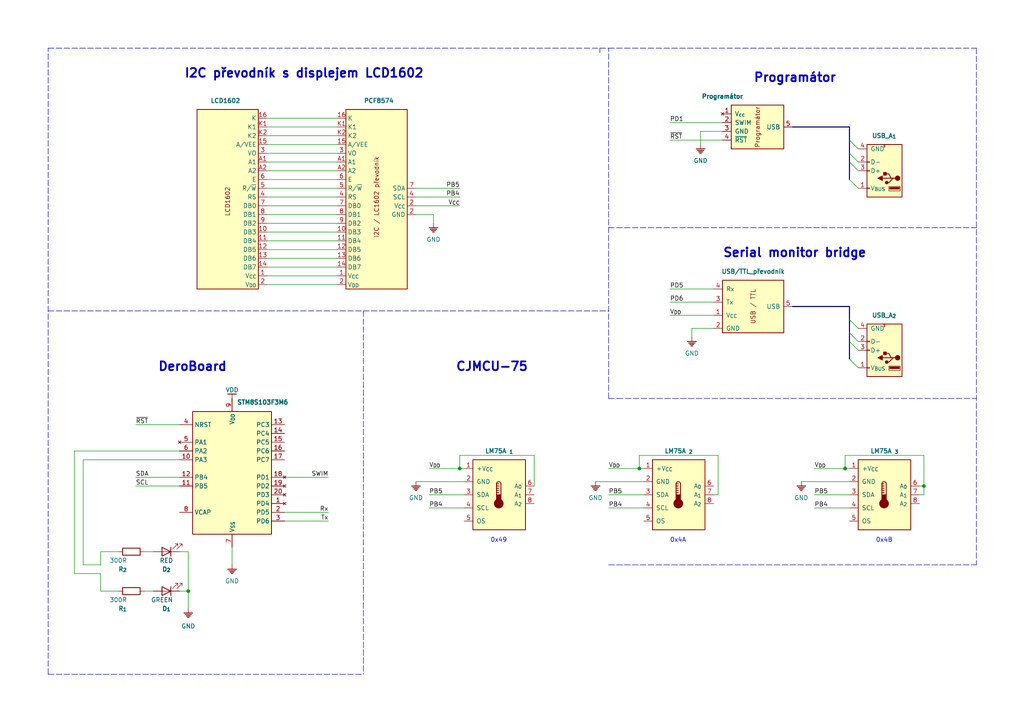
<source format=kicad_sch>
(kicad_sch (version 20211123) (generator eeschema)
  (paper "A4")
  (title_block (title "Měřící stanice") (date "24.01.2023") (rev "Petr Oblouk"))
  (lib_symbols
    (symbol "5-146258-6_1" (pin_names (offset 1.016))
      (property "Reference" "CN2" (at 1.27 1.27 0))
      (symbol "5-146258-6_1_0_0"
        (rectangle (start -5.08 17.78) (end 5.08 0) (stroke (width 0.254)) (fill (type background)))
        (text "CN2" (at 0 8.89 0) (effects (font (size 1.27 1.27))))
        (pin passive line (at -10.16 7.62 0) (length 5.08) (name "7") (number "GND"))
        (pin passive line (at 10.16 15.24 180) (length 5.08) (name "2") (number "PC1"))
        (pin passive line (at -10.16 12.7 0) (length 5.08) (name "3") (number "PC2"))
        (pin passive line (at 10.16 12.7 180) (length 5.08) (name "4") (number "PC3"))
        (pin passive line (at -10.16 10.16 0) (length 5.08) (name "5") (number "PC4"))
        (pin passive line (at 10.16 10.16 180) (length 5.08) (name "6") (number "PC5"))
        (pin passive line (at -10.16 5.08 0) (length 5.08) (name "9") (number "PC6"))
        (pin passive line (at 10.16 5.08 180) (length 5.08) (name "10") (number "PC7"))
        (pin passive line (at -10.16 15.24 0) (length 5.08) (name "1") (number "PE5"))
        (pin passive line (at -10.16 2.54 0) (length 5.08) (name "11") (number "PG0"))
        (pin passive line (at 10.16 2.54 180) (length 5.08) (name "12") (number "PG1"))
        (pin passive line (at 10.16 7.62 180) (length 5.08) (name "8") (number "U_{CC}"))
      )
    )
    (symbol "5-146258-6_2" (pin_names (offset 1.016))
      (property "Reference" "CN4" (at -5.08 0 90))
      (symbol "5-146258-6_2_0_0"
        (rectangle (start -5.08 17.78) (end 5.08 0) (stroke (width 0.254)) (fill (type background)))
        (text "CN4" (at 0 8.89 0) (effects (font (size 1.27 1.27))))
        (pin passive line (at -10.16 10.16 0) (length 5.08) (name "5") (number "PD0"))
        (pin passive line (at 10.16 10.16 180) (length 5.08) (name "6") (number "PD1"))
        (pin passive line (at -10.16 7.62 0) (length 5.08) (name "7") (number "PD2"))
        (pin passive line (at 10.16 7.62 180) (length 5.08) (name "8") (number "PD3"))
        (pin passive line (at -10.16 5.08 0) (length 5.08) (name "9") (number "PD4"))
        (pin passive line (at 10.16 5.08 180) (length 5.08) (name "10") (number "PD5"))
        (pin passive line (at -10.16 2.54 0) (length 5.08) (name "11") (number "PD6"))
        (pin passive line (at 10.16 2.54 180) (length 5.08) (name "12") (number "PD7"))
        (pin passive line (at 10.16 12.7 180) (length 5.08) (name "4") (number "PE0"))
        (pin passive line (at -10.16 12.7 0) (length 5.08) (name "3") (number "PE1"))
        (pin passive line (at 10.16 15.24 180) (length 5.08) (name "2") (number "PE2"))
        (pin passive line (at -10.16 15.24 0) (length 5.08) (name "1") (number "PE3"))
      )
    )
    (symbol "5-146258-6_3" (pin_names (offset 1.016))
      (property "Reference" "CN3" (at -19.05 0 90))
      (symbol "5-146258-6_3_0_0"
        (rectangle (start -5.08 17.78) (end 5.08 0) (stroke (width 0.254)) (fill (type background)))
        (text "CN3" (at 0 8.89 0) (effects (font (size 1.27 1.27))))
        (pin passive line (at -10.16 15.24 0) (length 5.08) (name "1") (number "Analog+"))
        (pin passive line (at 10.16 15.24 180) (length 5.08) (name "2") (number "Analog-"))
        (pin passive line (at 10.16 5.08 180) (length 5.08) (name "10") (number "PB0"))
        (pin passive line (at -10.16 5.08 0) (length 5.08) (name "9") (number "PB1"))
        (pin passive line (at 10.16 7.62 180) (length 5.08) (name "8") (number "PB2"))
        (pin passive line (at -10.16 7.62 0) (length 5.08) (name "7") (number "PB3"))
        (pin passive line (at 10.16 10.16 180) (length 5.08) (name "6") (number "PB4"))
        (pin passive line (at -10.16 10.16 0) (length 5.08) (name "5") (number "PB5"))
        (pin passive line (at 10.16 12.7 180) (length 5.08) (name "4") (number "PB6"))
        (pin passive line (at -10.16 12.7 0) (length 5.08) (name "3") (number "PB7"))
        (pin passive line (at 10.16 2.54 180) (length 5.08) (name "12") (number "PE6"))
        (pin passive line (at -10.16 2.54 0) (length 5.08) (name "11") (number "PE7"))
      )
    )
    (symbol "5-146258-6_4" (pin_names (offset 1.016))
      (property "Reference" "CN?" (at -1.27 20.32 0))
      (symbol "5-146258-6_4_0_0"
        (rectangle (start -5.08 17.78) (end 5.08 0) (stroke (width 0.254)) (fill (type background)))
        (text "CN1" (at 0 8.89 0) (effects (font (size 1.27 1.27))))
        (pin passive line (at 10.16 10.16 180) (length 5.08) (name "6") (number "1.8V"))
        (pin passive line (at 10.16 15.24 180) (length 5.08) (name "2") (number "A1"))
        (pin passive line (at -10.16 12.7 0) (length 5.08) (name "3") (number "A2"))
        (pin passive line (at -10.16 10.16 0) (length 5.08) (name "5") (number "GND"))
        (pin passive line (at 10.16 7.62 180) (length 5.08) (name "8") (number "I/O+"))
        (pin passive line (at 10.16 12.7 180) (length 5.08) (name "4") (number "I/O-"))
        (pin passive line (at -10.16 5.08 0) (length 5.08) (name "9") (number "PA3"))
        (pin passive line (at 10.16 5.08 180) (length 5.08) (name "10") (number "PA4"))
        (pin passive line (at -10.16 2.54 0) (length 5.08) (name "11") (number "PA5"))
        (pin passive line (at 10.16 2.54 180) (length 5.08) (name "12") (number "PA6"))
        (pin passive line (at -10.16 15.24 0) (length 5.08) (name "1") (number "RESET"))
        (pin passive line (at -10.16 7.62 0) (length 5.08) (name "7") (number "U_{CC}"))
      )
    )
    (symbol "Connector:Screw_Terminal_01x02" (pin_names (offset 1.016) hide)
      (property "Reference" "POWER" (at 0 6.35 0))
      (symbol "Screw_Terminal_01x02_1_1"
        (rectangle (start -1.27 1.27) (end 1.27 -3.81) (stroke (width 0.254)) (fill (type background)))
        (circle (center 0 -2.54) (radius 0.635) (stroke (width 0.1524)))
        (polyline (pts (xy -0.5334 -2.2098) (xy 0.3302 -3.048)) (stroke (width 0.1524)))
        (polyline (pts (xy -0.5334 0.3302) (xy 0.3302 -0.508)) (stroke (width 0.1524)))
        (polyline (pts (xy -0.3556 -2.032) (xy 0.508 -2.8702)) (stroke (width 0.1524)))
        (polyline (pts (xy -0.3556 0.508) (xy 0.508 -0.3302)) (stroke (width 0.1524)))
        (circle (center 0 0) (radius 0.635) (stroke (width 0.1524)))
        (pin passive line (at -5.08 -2.54 0) (length 3.81) (name "") (number "GND"))
        (pin passive line (at -5.08 0 0) (length 3.81) (name "Pin_1") (number "U_{CC}"))
      )
    )
    (symbol "Connector:USB_A" (pin_names (offset 1.016))
      (property "Reference" "J?" (at -6.35 -1.2701 0))
      (property "Value" "USB_A_{1}" (at -3.81 10.16 0))
      (symbol "USB_A_0_1"
        (rectangle (start -5.08 -7.62) (end 5.08 7.62) (stroke (width 0.254)) (fill (type background)))
        (circle (center -3.81 2.159) (radius 0.635) (stroke (width 0.254)) (fill (type outline)))
        (rectangle (start -1.524 4.826) (end -4.318 5.334) (fill (type outline)))
        (rectangle (start -1.27 4.572) (end -4.572 5.842))
        (circle (center -0.635 3.429) (radius 0.381) (stroke (width 0.254)) (fill (type outline)))
        (rectangle (start -0.127 -7.62) (end 0.127 -6.858))
        (polyline (pts (xy -3.175 2.159) (xy -2.54 2.159) (xy -1.27 3.429) (xy -0.635 3.429)) (stroke (width 0.254)))
        (polyline (pts (xy -2.54 2.159) (xy -1.905 2.159) (xy -1.27 0.889) (xy 0 0.889)) (stroke (width 0.254)))
        (polyline (pts (xy 0.635 2.794) (xy 0.635 1.524) (xy 1.905 2.159) (xy 0.635 2.794)) (stroke (width 0.254)) (fill (type outline)))
        (rectangle (start 0.254 1.27) (end -0.508 0.508) (stroke (width 0.254)) (fill (type outline)))
        (rectangle (start 5.08 -2.667) (end 4.318 -2.413))
        (rectangle (start 5.08 -0.127) (end 4.318 0.127))
        (rectangle (start 5.08 4.953) (end 4.318 5.207))
      )
      (symbol "USB_A_1_1"
        (polyline (pts (xy -1.905 2.159) (xy 0.635 2.159)) (stroke (width 0.254)))
        (pin power_in line (at 7.62 5.08 180) (length 2.54) (name "V_{BUS}") (number "1"))
        (pin bidirectional line (at 7.62 -2.54 180) (length 2.54) (name "D-") (number "2"))
        (pin bidirectional line (at 7.62 0 180) (length 2.54) (name "D+") (number "3"))
        (pin power_in line (at 7.62 -6.35 180) (length 2.54) (name "GND") (number "4"))
      )
    )
    (symbol "Device:LED" (pin_numbers hide) (pin_names (offset 1.016) hide)
      (property "Reference" "D" (at 0 2.54 0))
      (property "Value" "LED" (at 0 -2.54 0))
      (symbol "LED_0_1"
        (polyline (pts (xy -1.27 -1.27) (xy -1.27 1.27)) (stroke (width 0.254)))
        (polyline (pts (xy -1.27 0) (xy 1.27 0)))
        (polyline (pts (xy 1.27 -1.27) (xy 1.27 1.27) (xy -1.27 0) (xy 1.27 -1.27)) (stroke (width 0.254)))
        (polyline (pts (xy -3.048 -0.762) (xy -4.572 -2.286) (xy -3.81 -2.286) (xy -4.572 -2.286) (xy -4.572 -1.524)))
        (polyline (pts (xy -1.778 -0.762) (xy -3.302 -2.286) (xy -2.54 -2.286) (xy -3.302 -2.286) (xy -3.302 -1.524)))
      )
      (symbol "LED_1_1"
        (pin passive line (at -3.81 0 0) (length 2.54) (name "K") (number "1"))
        (pin passive line (at 3.81 0 180) (length 2.54) (name "A") (number "2"))
      )
    )
    (symbol "Device:R" (pin_numbers hide) (pin_names (offset 0))
      (property "Reference" "R" (at 2.032 0 90))
      (property "Value" "R" (at 0 0 90))
      (symbol "R_0_1"
        (rectangle (start -1.016 -2.54) (end 1.016 2.54) (stroke (width 0.254)))
      )
      (symbol "R_1_1"
        (pin passive line (at 0 3.81 270) (length 1.27) (name "~") (number "1"))
        (pin passive line (at 0 -3.81 90) (length 1.27) (name "~") (number "2"))
      )
    )
    (symbol "KLIB_Connector_Prog:ST_SWIM_01X04" (pin_names (offset 1.016))
      (property "Reference" "Programátor" (at 5.08 7.62 0))
      (symbol "ST_SWIM_01X04_0_0"
        (text "Programátor" (at -5.08 -1.27 900) (effects (font (size 1.27 1.27))))
      )
      (symbol "ST_SWIM_01X04_0_1"
        (rectangle (start -12.7 5.08) (end 2.54 -7.62) (stroke (width 0.254)) (fill (type background)))
      )
      (symbol "ST_SWIM_01X04_1_1"
        (pin no_connect line (at 5.08 2.54 180) (length 2.54) (name "V_{cc}") (number "1"))
        (pin bidirectional line (at 5.08 0 180) (length 2.54) (name "SWIM") (number "2"))
        (pin power_in line (at 5.08 -2.54 180) (length 2.54) (name "GND") (number "3"))
        (pin output line (at 5.08 -5.08 180) (length 2.54) (name "~{RST}") (number "4"))
        (pin free line (at -15.24 -1.27 0) (length 2.54) (name "USB") (number "5"))
      )
    )
    (symbol "KLIB_MCU_ST_STM8S:STM8S103F3M"
      (property "Value" "STM8S103F3M6" (at 8.89 19.2255 0))
      (symbol "STM8S103F3M_0_1"
        (rectangle (start -11.43 16.51) (end 11.43 -19.05) (stroke (width 0.254)) (fill (type background)))
      )
      (symbol "STM8S103F3M_1_1"
        (pin no_connect line (at 15.24 -10.16 180) (length 3.81) (name "PD4") (number "1"))
        (pin output line (at -15.24 2.54 0) (length 3.81) (name "PA3") (number "10"))
        (pin bidirectional line (at -15.24 -5.08 0) (length 3.81) (name "PB5") (number "11"))
        (pin bidirectional line (at -15.24 -2.54 0) (length 3.81) (name "PB4") (number "12"))
        (pin bidirectional line (at 15.24 12.7 180) (length 3.81) (name "PC3") (number "13"))
        (pin bidirectional line (at 15.24 10.16 180) (length 3.81) (name "PC4") (number "14"))
        (pin bidirectional line (at 15.24 7.62 180) (length 3.81) (name "PC5") (number "15"))
        (pin bidirectional line (at 15.24 5.08 180) (length 3.81) (name "PC6") (number "16"))
        (pin bidirectional line (at 15.24 2.54 180) (length 3.81) (name "PC7") (number "17"))
        (pin no_connect line (at 15.24 -2.54 180) (length 3.81) (name "PD1") (number "18"))
        (pin no_connect line (at 15.24 -5.08 180) (length 3.81) (name "PD2") (number "19"))
        (pin bidirectional line (at 15.24 -12.7 180) (length 3.81) (name "PD5") (number "2"))
        (pin no_connect line (at 15.24 -7.62 180) (length 3.81) (name "PD3") (number "20"))
        (pin bidirectional line (at 15.24 -15.24 180) (length 3.81) (name "PD6") (number "3"))
        (pin input line (at -15.24 12.7 0) (length 3.81) (name "NRST") (number "4"))
        (pin no_connect line (at -15.24 7.62 0) (length 3.81) (name "PA1") (number "5"))
        (pin output line (at -15.24 5.08 0) (length 3.81) (name "PA2") (number "6"))
        (pin power_in line (at 0 -22.86 90) (length 3.81) (name "V_{SS}") (number "7"))
        (pin passive line (at -15.24 -12.7 0) (length 3.81) (name "VCAP") (number "8"))
        (pin power_in line (at 0 20.32 270) (length 3.81) (name "V_{DD}") (number "9"))
      )
    )
    (symbol "KLIB_Power:GND" (power) (pin_names (offset 0))
      (property "Value" "GND" (at 0 -3.556 0))
      (symbol "GND_0_1"
        (polyline (pts (xy -0.9144 -1.7272) (xy 0.9144 -1.7272)) (stroke (width 0.254)))
        (polyline (pts (xy -0.5588 -2.1336) (xy 0.5588 -2.1336)) (stroke (width 0.254)))
        (polyline (pts (xy -0.254 -2.54) (xy 0.254 -2.54)) (stroke (width 0.254)))
        (polyline (pts (xy 0 -1.27) (xy 0 0)))
        (polyline (pts (xy 1.27 -1.27) (xy -1.27 -1.27)) (stroke (width 0.254)))
      )
      (symbol "GND_1_1"
        (pin power_in line (at 0 0 270) (length 0) hide (name "GND") (number "1"))
      )
    )
    (symbol "KLIB_Power:VDD" (power) (pin_names (offset 0))
      (property "Value" "VDD" (at 0 3.81 0))
      (symbol "VDD_0_1"
        (polyline (pts (xy -1.27 2.54) (xy 1.27 2.54)) (stroke (width 0.254)))
        (polyline (pts (xy 0 0) (xy 0 2.54)))
      )
      (symbol "VDD_1_1"
        (pin power_in line (at 0 0 90) (length 0) hide (name "VDD") (number "1"))
      )
    )
    (symbol "LCD-016N002L_1"
      (property "Value" "PCF8574" (at -2.54 33.02 0))
      (symbol "LCD-016N002L_1_0_0"
        (text "I2C / LC1602 převodník" (at 1.27 5.08 900) (effects (font (size 1.27 1.27))))
      )
      (symbol "LCD-016N002L_1_1_1"
        (rectangle (start -7.62 30.48) (end 10.16 -21.59) (stroke (width 0.254)) (fill (type background)))
        (pin power_in line (at -10.16 -17.78 0) (length 2.54) (name "V_{CC}") (number "1"))
        (pin bidirectional line (at -10.16 -5.08 0) (length 2.54) (name "DB3") (number "10"))
        (pin bidirectional line (at -10.16 -7.62 0) (length 2.54) (name "DB4") (number "11"))
        (pin bidirectional line (at -10.16 -10.16 0) (length 2.54) (name "DB5") (number "12"))
        (pin bidirectional line (at -10.16 -12.7 0) (length 2.54) (name "DB6") (number "13"))
        (pin bidirectional line (at -10.16 -15.24 0) (length 2.54) (name "DB7") (number "14"))
        (pin power_in line (at -10.16 20.32 0) (length 2.54) (name "A/VEE") (number "15"))
        (pin power_in line (at -10.16 27.94 0) (length 2.54) (name "K") (number "16"))
        (pin power_in line (at 12.7 0 180) (length 2.54) (name "GND") (number "2"))
        (pin power_in line (at 12.7 2.54 180) (length 2.54) (name "V_{CC}") (number "2"))
        (pin power_in line (at -10.16 -20.32 0) (length 2.54) (name "V_{DD}") (number "2"))
        (pin input line (at -10.16 17.78 0) (length 2.54) (name "VO") (number "3"))
        (pin input line (at -10.16 5.08 0) (length 2.54) (name "RS") (number "4"))
        (pin input line (at 12.7 5.08 180) (length 2.54) (name "SCL") (number "4"))
        (pin input line (at -10.16 7.62 0) (length 2.54) (name "R/~{W}") (number "5"))
        (pin input line (at -10.16 10.16 0) (length 2.54) (name "E") (number "6"))
        (pin bidirectional line (at -10.16 2.54 0) (length 2.54) (name "DB0") (number "7"))
        (pin bidirectional line (at 12.7 7.62 180) (length 2.54) (name "SDA") (number "7"))
        (pin bidirectional line (at -10.16 0 0) (length 2.54) (name "DB1") (number "8"))
        (pin bidirectional line (at -10.16 -2.54 0) (length 2.54) (name "DB2") (number "9"))
        (pin power_in line (at -10.16 15.24 0) (length 2.54) (name "A1") (number "A1"))
        (pin power_in line (at -10.16 12.7 0) (length 2.54) (name "A2") (number "A2"))
        (pin power_in line (at -10.16 25.4 0) (length 2.54) (name "K1") (number "K1"))
        (pin power_in line (at -10.16 22.86 0) (length 2.54) (name "K2") (number "K2"))
      )
    )
    (symbol "LCD-016N002L_2"
      (property "Value" "LCD1602" (at -2.54 33.02 0))
      (symbol "LCD-016N002L_2_0_0"
        (text "LCD1602" (at 1.27 3.81 900) (effects (font (size 1.27 1.27))))
      )
      (symbol "LCD-016N002L_2_1_1"
        (rectangle (start -7.62 30.48) (end 10.16 -21.59) (stroke (width 0.254)) (fill (type background)))
        (pin power_in line (at -10.16 -17.78 0) (length 2.54) (name "V_{CC}") (number "1"))
        (pin bidirectional line (at -10.16 -5.08 0) (length 2.54) (name "DB3") (number "10"))
        (pin bidirectional line (at -10.16 -7.62 0) (length 2.54) (name "DB4") (number "11"))
        (pin bidirectional line (at -10.16 -10.16 0) (length 2.54) (name "DB5") (number "12"))
        (pin bidirectional line (at -10.16 -12.7 0) (length 2.54) (name "DB6") (number "13"))
        (pin bidirectional line (at -10.16 -15.24 0) (length 2.54) (name "DB7") (number "14"))
        (pin power_in line (at -10.16 20.32 0) (length 2.54) (name "A/VEE") (number "15"))
        (pin power_in line (at -10.16 27.94 0) (length 2.54) (name "K") (number "16"))
        (pin power_in line (at -10.16 -20.32 0) (length 2.54) (name "V_{DD}") (number "2"))
        (pin input line (at -10.16 17.78 0) (length 2.54) (name "VO") (number "3"))
        (pin input line (at -10.16 5.08 0) (length 2.54) (name "RS") (number "4"))
        (pin input line (at -10.16 7.62 0) (length 2.54) (name "R/~{W}") (number "5"))
        (pin input line (at -10.16 10.16 0) (length 2.54) (name "E") (number "6"))
        (pin bidirectional line (at -10.16 2.54 0) (length 2.54) (name "DB0") (number "7"))
        (pin bidirectional line (at -10.16 0 0) (length 2.54) (name "DB1") (number "8"))
        (pin bidirectional line (at -10.16 -2.54 0) (length 2.54) (name "DB2") (number "9"))
        (pin power_in line (at -10.16 15.24 0) (length 2.54) (name "A1") (number "A1"))
        (pin power_in line (at -10.16 12.7 0) (length 2.54) (name "A2") (number "A2"))
        (pin power_in line (at -10.16 25.4 0) (length 2.54) (name "K1") (number "K1"))
        (pin power_in line (at -10.16 22.86 0) (length 2.54) (name "K2") (number "K2"))
      )
    )
    (symbol "ST_SWIM_01X04_1" (pin_names (offset 1.016))
      (property "Reference" "USB/TTL_převodník" (at -6.35 10.16 0))
      (symbol "ST_SWIM_01X04_1_0_0"
        (text "USB / TTL" (at -6.35 0 900) (effects (font (size 1.27 1.27))))
      )
      (symbol "ST_SWIM_01X04_1_0_1"
        (rectangle (start -15.24 7.62) (end 2.54 -7.62) (stroke (width 0.254)) (fill (type background)))
      )
      (symbol "ST_SWIM_01X04_1_1_1"
        (pin power_in line (at 5.08 -2.54 180) (length 2.54) (name "V_{CC}") (number "1"))
        (pin bidirectional line (at 5.08 -6.35 180) (length 2.54) (name "GND") (number "2"))
        (pin output line (at 5.08 1.27 180) (length 2.54) (name "Tx") (number "3"))
        (pin input line (at 5.08 5.08 180) (length 2.54) (name "Rx") (number "4"))
        (pin free line (at -17.78 0 0) (length 2.54) (name "USB") (number "5"))
      )
    )
    (symbol "Sensor_Temperature:LM75B" (pin_names (offset 1.016))
      (property "Value" "LM75A" (at -2.54 12.7 0))
      (symbol "LM75B_0_1"
        (rectangle (start -7.62 10.16) (end 7.62 -10.16) (stroke (width 0.254)) (fill (type background)))
        (circle (center -0.127 -2.54) (radius 1.27) (stroke (width 0.254)) (fill (type outline)))
        (polyline (pts (xy -0.762 0.635) (xy -0.127 0.635)) (stroke (width 0.254)))
        (polyline (pts (xy -0.762 1.27) (xy -0.127 1.27)) (stroke (width 0.254)))
        (polyline (pts (xy -0.762 1.905) (xy -0.127 1.905)) (stroke (width 0.254)))
        (polyline (pts (xy -0.762 2.54) (xy -0.127 2.54)) (stroke (width 0.254)))
        (polyline (pts (xy -0.762 3.175) (xy -0.762 0)) (stroke (width 0.254)))
        (polyline (pts (xy -0.762 3.175) (xy -0.127 3.175)) (stroke (width 0.254)))
        (polyline (pts (xy 0.508 3.175) (xy 0.508 0)) (stroke (width 0.254)))
        (rectangle (start 0.508 -1.905) (end -0.762 0) (stroke (width 0.254)) (fill (type outline)))
        (arc (start 0.508 3.175) (mid -0.127 3.81) (end -0.762 3.175) (stroke (width 0.254)))
      )
      (symbol "LM75B_1_1"
        (pin power_in line (at -10.16 7.62 0) (length 2.54) (name "+V_{CC}") (number "1"))
        (pin power_in line (at -10.16 3.81 0) (length 2.54) (name "GND") (number "2"))
        (pin bidirectional line (at -10.16 0 0) (length 2.54) (name "SDA") (number "3"))
        (pin input line (at -10.16 -3.81 0) (length 2.54) (name "SCL") (number "4"))
        (pin open_collector line (at -10.16 -7.62 0) (length 2.54) (name "OS") (number "5"))
        (pin input line (at 10.16 2.54 180) (length 2.54) (name "A_{0}") (number "6"))
        (pin input line (at 10.16 0 180) (length 2.54) (name "A_{1}") (number "7"))
        (pin input line (at 10.16 -2.54 180) (length 2.54) (name "A_{2}") (number "8"))
      )
    )
    (symbol "USB_A_1" (pin_names (offset 1.016))
      (property "Reference" "J?" (at -6.35 -1.2701 0))
      (property "Value" "USB_A_1" (at -3.81 10.16 0))
      (symbol "USB_A_1_0_1"
        (rectangle (start -5.08 -7.62) (end 5.08 7.62) (stroke (width 0.254)) (fill (type background)))
        (circle (center -3.81 2.159) (radius 0.635) (stroke (width 0.254)) (fill (type outline)))
        (rectangle (start -1.524 4.826) (end -4.318 5.334) (fill (type outline)))
        (rectangle (start -1.27 4.572) (end -4.572 5.842))
        (circle (center -0.635 3.429) (radius 0.381) (stroke (width 0.254)) (fill (type outline)))
        (rectangle (start -0.127 -7.62) (end 0.127 -6.858))
        (polyline (pts (xy -3.175 2.159) (xy -2.54 2.159) (xy -1.27 3.429) (xy -0.635 3.429)) (stroke (width 0.254)))
        (polyline (pts (xy -2.54 2.159) (xy -1.905 2.159) (xy -1.27 0.889) (xy 0 0.889)) (stroke (width 0.254)))
        (polyline (pts (xy 0.635 2.794) (xy 0.635 1.524) (xy 1.905 2.159) (xy 0.635 2.794)) (stroke (width 0.254)) (fill (type outline)))
        (rectangle (start 0.254 1.27) (end -0.508 0.508) (stroke (width 0.254)) (fill (type outline)))
        (rectangle (start 5.08 -2.667) (end 4.318 -2.413))
        (rectangle (start 5.08 -0.127) (end 4.318 0.127))
        (rectangle (start 5.08 4.953) (end 4.318 5.207))
      )
      (symbol "USB_A_1_1_1"
        (polyline (pts (xy -1.905 2.159) (xy 0.635 2.159)) (stroke (width 0.254)))
        (pin power_in line (at 7.62 5.08 180) (length 2.54) (name "V_{BUS}") (number "1"))
        (pin bidirectional line (at 7.62 -2.54 180) (length 2.54) (name "D-") (number "2"))
        (pin bidirectional line (at 7.62 0 180) (length 2.54) (name "D+") (number "3"))
        (pin power_in line (at 7.62 -6.35 180) (length 2.54) (name "GND") (number "4"))
      )
    )
  )
  (junction (at 185.42 135.89))
  (junction (at -26.67 185.42))
  (junction (at 267.97 140.97))
  (junction (at 54.61 171.45))
  (junction (at -102.87 137.16))
  (junction (at 245.11 135.89))
  (junction (at 133.35 135.89))
  (bus_entry (at 246.38 52.07) (size 2.54 2.54))
  (bus_entry (at 246.38 46.99) (size 2.54 2.54))
  (bus_entry (at 246.38 104.14) (size 2.54 2.54))
  (bus_entry (at 246.38 99.06) (size 2.54 2.54))
  (bus_entry (at 246.38 96.52) (size 2.54 2.54))
  (bus_entry (at 246.38 44.45) (size 2.54 2.54))
  (bus_entry (at 246.38 40.64) (size 2.54 2.54))
  (bus_entry (at 246.38 92.71) (size 2.54 2.54))
  (wire (pts (xy 54.61 160.02) (xy 52.07 160.02)))
  (wire (pts (xy 29.21 163.83) (xy 24.13 163.83)))
  (wire (pts (xy 203.2 38.1) (xy 203.2 41.91)))
  (bus (pts (xy 246.38 92.71) (xy 246.38 96.52)))
  (wire (pts (xy 54.61 171.45) (xy 54.61 176.53)))
  (polyline (pts (xy 176.53 115.57) (xy 179.07 115.57)))
  (polyline (pts (xy 173.99 13.97) (xy 173.99 15.24)))
  (wire (pts (xy 77.47 36.83) (xy 97.79 36.83)))
  (polyline (pts (xy 176.53 66.04) (xy 283.21 66.04)))
  (wire (pts (xy 29.21 163.83) (xy 29.21 160.02)))
  (wire (pts (xy -46.99 185.42) (xy -52.07 185.42)))
  (wire (pts (xy -67.31 127) (xy -67.31 120.65)))
  (wire (pts (xy 77.47 67.31) (xy 97.79 67.31)))
  (polyline (pts (xy 13.97 13.97) (xy 173.99 13.97)))
  (wire (pts (xy 154.94 132.08) (xy 133.35 132.08)))
  (wire (pts (xy -104.14 137.16) (xy -102.87 137.16)))
  (wire (pts (xy 77.47 57.15) (xy 97.79 57.15)))
  (wire (pts (xy 207.01 143.51) (xy 208.28 143.51)))
  (wire (pts (xy 77.47 46.99) (xy 97.79 46.99)))
  (wire (pts (xy 77.47 59.69) (xy 97.79 59.69)))
  (wire (pts (xy 67.31 158.75) (xy 67.31 163.83)))
  (wire (pts (xy 207.01 87.63) (xy 194.31 87.63)))
  (bus (pts (xy 246.38 46.99) (xy 246.38 52.07)))
  (polyline (pts (xy 13.97 195.58) (xy 105.41 195.58)))
  (polyline (pts (xy 173.99 13.97) (xy 176.53 13.97)))
  (wire (pts (xy -36.83 173.99) (xy -39.37 173.99)))
  (wire (pts (xy 267.97 132.08) (xy 245.11 132.08)))
  (bus (pts (xy 229.87 88.9) (xy 246.38 88.9)))
  (polyline (pts (xy 176.53 13.97) (xy 283.21 13.97)))
  (wire (pts (xy 266.7 140.97) (xy 267.97 140.97)))
  (wire (pts (xy 120.65 54.61) (xy 133.35 54.61)))
  (wire (pts (xy 77.47 44.45) (xy 97.79 44.45)))
  (wire (pts (xy 154.94 140.97) (xy 154.94 132.08)))
  (wire (pts (xy 29.21 166.37) (xy 21.59 166.37)))
  (wire (pts (xy -52.07 180.34) (xy -59.69 180.34)))
  (wire (pts (xy 77.47 77.47) (xy 97.79 77.47)))
  (wire (pts (xy 246.38 135.89) (xy 245.11 135.89)))
  (wire (pts (xy 21.59 130.81) (xy 52.07 130.81)))
  (wire (pts (xy 232.41 139.7) (xy 246.38 139.7)))
  (polyline (pts (xy 173.99 90.17) (xy 176.53 90.17)))
  (wire (pts (xy -26.67 173.99) (xy -29.21 173.99)))
  (wire (pts (xy 245.11 135.89) (xy 236.22 135.89)))
  (wire (pts (xy 120.65 57.15) (xy 133.35 57.15)))
  (wire (pts (xy 77.47 62.23) (xy 97.79 62.23)))
  (polyline (pts (xy 283.21 13.97) (xy 283.21 163.83)))
  (bus (pts (xy 246.38 88.9) (xy 246.38 92.71)))
  (wire (pts (xy -57.15 173.99) (xy -57.15 177.8)))
  (wire (pts (xy -29.21 185.42) (xy -26.67 185.42)))
  (wire (pts (xy 246.38 147.32) (xy 236.22 147.32)))
  (wire (pts (xy 77.47 74.93) (xy 97.79 74.93)))
  (wire (pts (xy 82.55 138.43) (xy 95.25 138.43)))
  (wire (pts (xy -62.23 127) (xy -62.23 120.65)))
  (wire (pts (xy 200.66 95.25) (xy 207.01 95.25)))
  (wire (pts (xy 77.47 52.07) (xy 97.79 52.07)))
  (wire (pts (xy 186.69 143.51) (xy 176.53 143.51)))
  (wire (pts (xy 77.47 54.61) (xy 97.79 54.61)))
  (wire (pts (xy 186.69 147.32) (xy 176.53 147.32)))
  (wire (pts (xy 34.29 171.45) (xy 29.21 171.45)))
  (wire (pts (xy 77.47 69.85) (xy 97.79 69.85)))
  (wire (pts (xy 133.35 132.08) (xy 133.35 135.89)))
  (wire (pts (xy 185.42 132.08) (xy 185.42 135.89)))
  (wire (pts (xy -52.07 134.62) (xy -45.72 134.62)))
  (wire (pts (xy 207.01 83.82) (xy 194.31 83.82)))
  (wire (pts (xy 194.31 40.64) (xy 209.55 40.64)))
  (bus (pts (xy 246.38 99.06) (xy 246.38 104.14)))
  (wire (pts (xy 125.73 62.23) (xy 125.73 64.77)))
  (wire (pts (xy 52.07 140.97) (xy 39.37 140.97)))
  (polyline (pts (xy 179.07 115.57) (xy 283.21 115.57)))
  (wire (pts (xy 44.45 171.45) (xy 41.91 171.45)))
  (wire (pts (xy 267.97 140.97) (xy 267.97 143.51)))
  (wire (pts (xy 77.47 41.91) (xy 97.79 41.91)))
  (wire (pts (xy -52.07 177.8) (xy -52.07 173.99)))
  (wire (pts (xy 77.47 80.01) (xy 97.79 80.01)))
  (wire (pts (xy 44.45 160.02) (xy 41.91 160.02)))
  (wire (pts (xy -52.07 177.8) (xy -57.15 177.8)))
  (bus (pts (xy 246.38 44.45) (xy 246.38 46.99)))
  (wire (pts (xy 208.28 143.51) (xy 208.28 132.08)))
  (wire (pts (xy -59.69 180.34) (xy -59.69 173.99)))
  (wire (pts (xy 134.62 143.51) (xy 124.46 143.51)))
  (wire (pts (xy 133.35 135.89) (xy 124.46 135.89)))
  (polyline (pts (xy 13.97 90.17) (xy 173.99 90.17)))
  (wire (pts (xy -102.87 137.16) (xy -102.87 147.32)))
  (polyline (pts (xy 176.53 115.57) (xy 176.53 13.97)))
  (wire (pts (xy 77.47 72.39) (xy 97.79 72.39)))
  (wire (pts (xy 54.61 160.02) (xy 54.61 171.45)))
  (polyline (pts (xy 105.41 90.17) (xy 105.41 195.58)))
  (wire (pts (xy 39.37 138.43) (xy 52.07 138.43)))
  (wire (pts (xy 67.31 115.57) (xy 67.31 116.84)))
  (bus (pts (xy 229.87 36.83) (xy 246.38 36.83)))
  (wire (pts (xy -64.77 147.32) (xy -64.77 153.67)))
  (wire (pts (xy 134.62 135.89) (xy 133.35 135.89)))
  (wire (pts (xy -25.4 134.62) (xy -19.05 134.62)))
  (wire (pts (xy -104.14 139.7) (xy -99.06 139.7)))
  (bus (pts (xy 246.38 96.52) (xy 246.38 99.06)))
  (wire (pts (xy 77.47 49.53) (xy 97.79 49.53)))
  (wire (pts (xy -102.87 137.16) (xy -99.06 137.16)))
  (wire (pts (xy 82.55 151.13) (xy 95.25 151.13)))
  (polyline (pts (xy 13.97 195.58) (xy 13.97 13.97)))
  (wire (pts (xy 77.47 39.37) (xy 97.79 39.37)))
  (wire (pts (xy 120.65 139.7) (xy 134.62 139.7)))
  (wire (pts (xy -52.07 139.7) (xy -45.72 139.7)))
  (wire (pts (xy 172.72 139.7) (xy 186.69 139.7)))
  (wire (pts (xy -52.07 185.42) (xy -52.07 180.34)))
  (wire (pts (xy -25.4 139.7) (xy -19.05 139.7)))
  (wire (pts (xy -64.77 173.99) (xy -64.77 181.61)))
  (wire (pts (xy 208.28 132.08) (xy 185.42 132.08)))
  (wire (pts (xy 207.01 91.44) (xy 194.31 91.44)))
  (wire (pts (xy 82.55 148.59) (xy 95.25 148.59)))
  (wire (pts (xy -52.07 173.99) (xy -46.99 173.99)))
  (wire (pts (xy 200.66 95.25) (xy 200.66 97.79)))
  (wire (pts (xy 120.65 59.69) (xy 133.35 59.69)))
  (bus (pts (xy 246.38 40.64) (xy 246.38 44.45)))
  (wire (pts (xy 134.62 147.32) (xy 124.46 147.32)))
  (wire (pts (xy -26.67 173.99) (xy -26.67 185.42)))
  (wire (pts (xy 185.42 135.89) (xy 176.53 135.89)))
  (wire (pts (xy 24.13 163.83) (xy 24.13 133.35)))
  (wire (pts (xy 29.21 160.02) (xy 34.29 160.02)))
  (wire (pts (xy 125.73 62.23) (xy 120.65 62.23)))
  (wire (pts (xy -52.07 142.24) (xy -45.72 142.24)))
  (wire (pts (xy 21.59 166.37) (xy 21.59 130.81)))
  (wire (pts (xy 194.31 35.56) (xy 209.55 35.56)))
  (wire (pts (xy 267.97 143.51) (xy 266.7 143.51)))
  (wire (pts (xy -36.83 185.42) (xy -39.37 185.42)))
  (wire (pts (xy 77.47 64.77) (xy 97.79 64.77)))
  (wire (pts (xy 52.07 171.45) (xy 54.61 171.45)))
  (wire (pts (xy -26.67 185.42) (xy -26.67 190.5)))
  (wire (pts (xy 77.47 34.29) (xy 97.79 34.29)))
  (wire (pts (xy 29.21 171.45) (xy 29.21 166.37)))
  (wire (pts (xy 52.07 123.19) (xy 39.37 123.19)))
  (wire (pts (xy 185.42 135.89) (xy 186.69 135.89)))
  (wire (pts (xy 245.11 132.08) (xy 245.11 135.89)))
  (bus (pts (xy 246.38 36.83) (xy 246.38 40.64)))
  (wire (pts (xy 24.13 133.35) (xy 52.07 133.35)))
  (wire (pts (xy 203.2 38.1) (xy 209.55 38.1)))
  (polyline (pts (xy 176.53 163.83) (xy 283.21 163.83)))
  (wire (pts (xy -69.85 95.25) (xy -69.85 100.33)))
  (wire (pts (xy 77.47 82.55) (xy 97.79 82.55)))
  (wire (pts (xy 246.38 143.51) (xy 236.22 143.51)))
  (wire (pts (xy 267.97 140.97) (xy 267.97 132.08)))
  (text "DeroBoard" (at 45.72 107.95 0) (effects (font (size 2.54 2.54) bold) (justify left bottom)))
  (text "Programátor" (at 218.44 24.13 0) (effects (font (size 2.54 2.54) bold) (justify left bottom)))
  (text "0x4B" (at 254 157.48 0) (effects (font (size 1.27 1.27)) (justify left bottom)))
  (text "CJMCU-75" (at 132.08 107.95 0) (effects (font (size 2.54 2.54) bold) (justify left bottom)))
  (text "I2C převodník s displejem LCD1602\n" (at 53.34 22.86 0) (effects (font (size 2.54 2.54) bold) (justify left bottom)))
  (text "0x49\n" (at 142.24 157.48 0) (effects (font (size 1.27 1.27)) (justify left bottom)))
  (text "Serial monitor bridge\n" (at 209.55 74.93 0) (effects (font (size 2.54 2.54) bold) (justify left bottom)))
  (text "0x4A" (at 194.31 157.48 0) (effects (font (size 1.27 1.27)) (justify left bottom)))
  (label "MOSI" (at -19.05 134.62 180))
  (label "SWIM" (at -62.23 127 90))
  (label "PB4" (at 124.46 147.32 0))
  (label "~{RST}" (at 194.31 40.64 0))
  (label "V_{DD}" (at 194.31 91.44 0))
  (label "Rx" (at -67.31 127 90))
  (label "SCL" (at 39.37 140.97 0))
  (label "MISO" (at -52.07 134.62 0))
  (label "Tx" (at -69.85 95.25 270))
  (label "PB5" (at 133.35 54.61 180))
  (label "SDA" (at -64.77 147.32 270))
  (label "SCL" (at -64.77 181.61 90))
  (label "SS" (at -19.05 139.7 180))
  (label "V_{DD}" (at 236.22 135.89 0))
  (label "PD1" (at 194.31 35.56 0))
  (label "V_{DD}" (at 124.46 135.89 0))
  (label "PB5" (at 124.46 143.51 0))
  (label "SDA" (at 39.37 138.43 0))
  (label "RST" (at -52.07 142.24 0))
  (label "~{RST}" (at 39.37 123.19 0))
  (label "PB5" (at 236.22 143.51 0))
  (label "SWIM" (at 95.25 138.43 180))
  (label "PB4" (at 133.35 57.15 180))
  (label "PB5" (at 176.53 143.51 0))
  (label "Tx" (at 95.25 151.13 180))
  (label "PB4" (at 236.22 147.32 0))
  (label "V_{DD}" (at 176.53 135.89 0))
  (label "SCK" (at -52.07 139.7 0))
  (label "PB4" (at 176.53 147.32 0))
  (label "PD6" (at 194.31 87.63 0))
  (label "Rx" (at 95.25 148.59 180))
  (label "PD5" (at 194.31 83.82 0))
  (label "V_{CC}" (at 133.35 59.69 180))
  (symbol (lib_id "KLIB_Power:GND") (at 54.61 176.53 0) (unit 1)
    (property "Reference" "#PWR?" (effects hide))
    (property "Value" "GND" (at 54.61 181.61 0))
  )
  (symbol (lib_id "KLIB_Power:VDD") (at 67.31 116.84 0) (unit 1)
    (property "Reference" "#PWR?" (effects hide))
    (property "Value" "V_{CC}" (at 67.31 113.1084 0))
  )
  (symbol (lib_id "Device:LED") (at 48.26 171.45 180) (unit 1)
    (property "Reference" "D_{1}" (at 48.26 176.53 0) (effects (font bold)))
    (property "Value" "GREEN" (at 46.99 173.99 0))
  )
  (symbol (lib_name "LCD-016N002L_1") (lib_id "Display_Character:LCD-016N002L") (at 107.95 62.23 0) (unit 1)
    (property "Reference" "U?" (effects hide))
    (property "Value" "PCF8574" (at 105.41 29.21 0) (effects (font bold) (justify left)))
    (property "Footprint" "Display:LCD-016N002L" (effects hide))
    (property "Datasheet" "http://www.vishay.com/docs/37299/37299.pdf" (effects hide))
  )
  (symbol (lib_id "Sensor_Temperature:LM75B") (at 196.85 143.51 0) (unit 1)
    (property "Reference" "U?" (effects hide))
    (property "Value" "LM75A _{2}" (at 196.85 130.81 0) (effects (font bold)))
    (property "Datasheet" "http://www.ti.com/lit/ds/symlink/lm75b.pdf" (effects hide))
  )
  (symbol (lib_id "Sensor_Temperature:LM75B") (at 256.54 143.51 0) (unit 1)
    (property "Reference" "U?" (effects hide))
    (property "Value" "LM75A _{3}" (at 256.54 130.81 0) (effects (font bold)))
    (property "Datasheet" "http://www.ti.com/lit/ds/symlink/lm75b.pdf" (effects hide))
  )
  (symbol (lib_name "5-146258-6_2") (lib_id "pin_header_2x12:5-146258-6") (at -72.39 110.49 270) (unit 1)
    (property "Reference" "CN4" (at -53.34 110.49 90) (effects (font bold) (justify left)))
    (property "Value" "5-146258-6" (effects hide))
    (property "Footprint" "Connector_PinSocket_2.54mm:PinSocket_2x06_P2.54mm_Vertical" (effects hide))
    (property "Number_of_Positions" "12" (effects hide))
    (property "EU_RoHS_Compliance" "Compliant" (effects hide))
    (property "Product_Type" "Connector" (effects hide))
    (property "Comment" "5-146258-6" (effects hide))
    (property "Centerline_Pitch" "2.54 mm[.1 in]" (effects hide))
  )
  (symbol (lib_id "KLIB_Power:GND") (at -102.87 147.32 0) (unit 1)
    (property "Reference" "#PWR?" (effects hide))
    (property "Value" "GND" (at -100.33 148.6534 0) (effects (justify left)))
  )
  (symbol (lib_name "5-146258-6_3") (lib_id "pin_header_2x12:5-146258-6") (at -54.61 163.83 90) (unit 1)
    (property "Reference" "CN3" (at -49.53 163.83 90) (effects (font bold) (justify left)))
    (property "Value" "5-146258-6" (effects hide))
    (property "Footprint" "Connector_PinSocket_2.54mm:PinSocket_2x06_P2.54mm_Vertical" (effects hide))
    (property "Number_of_Positions" "12" (effects hide))
    (property "EU_RoHS_Compliance" "Compliant" (effects hide))
    (property "Product_Type" "Connector" (effects hide))
    (property "Comment" "5-146258-6" (effects hide))
    (property "Centerline_Pitch" "2.54 mm[.1 in]" (effects hide))
  )
  (symbol (lib_id "Device:LED") (at -33.02 173.99 180) (unit 1)
    (property "Reference" "D_{2}" (at -33.02 179.07 0) (effects (font bold)))
    (property "Value" "RED" (at -33.02 176.53 0))
  )
  (symbol (lib_id "Device:R") (at -43.18 185.42 270) (unit 1)
    (property "Reference" "R_{1}" (at -45.72 190.5 90) (effects (font bold)))
    (property "Value" "300R" (at -46.99 187.96 90))
  )
  (symbol (lib_id "Sensor_Temperature:LM75B") (at 144.78 143.51 0) (unit 1)
    (property "Reference" "U?" (effects hide))
    (property "Value" "LM75A _{1}" (at 144.78 130.81 0) (effects (font bold)))
    (property "Datasheet" "http://www.ti.com/lit/ds/symlink/lm75b.pdf" (effects hide))
  )
  (symbol (lib_id "KLIB_Power:GND") (at 67.31 163.83 0) (unit 1)
    (property "Reference" "#PWR?" (effects hide))
    (property "Value" "GND" (at 67.31 168.5196 0))
  )
  (symbol (lib_id "KLIB_Connector_Prog:ST_SWIM_01X04") (at 214.63 35.56 0) (mirror y) (unit 1)
    (property "Reference" "Programátor" (at 209.55 27.94 0) (effects (font bold)))
    (property "Value" "ZL201-04G" (effects hide))
    (property "Footprint" "Connector_PinHeader_2.54mm:PinHeader_1x04_P2.54mm_Vertical" (effects hide))
    (property "Datasheet" "https://www.st.com/resource/en/user_manual/um1075-stlinkv2-incircuit-debuggerprogrammer-for-stm8-and-stm32-stmicroelectronics.pdf" (effects hide))
  )
  (symbol (lib_name "USB_A_1") (lib_id "Connector:USB_A") (at 256.54 101.6 180) (unit 1)
    (property "Reference" "J?" (effects hide))
    (property "Value" "USB_A_{2}" (at 252.73 91.44 0) (effects (font bold) (justify right)))
    (property "Datasheet" " ~" (effects hide))
  )
  (symbol (lib_id "Device:LED") (at 48.26 160.02 180) (unit 1)
    (property "Reference" "D_{2}" (at 48.26 165.1 0) (effects (font bold)))
    (property "Value" "RED" (at 48.26 162.56 0))
  )
  (symbol (lib_name "5-146258-6_4") (lib_id "pin_header_2x12:5-146258-6") (at -88.9 147.32 0) (unit 1)
    (property "Reference" "CN1" (at -90.17 127 0) (effects (font bold) (justify left)))
    (property "Value" "5-146258-6" (effects hide))
    (property "Footprint" "Connector_PinSocket_2.54mm:PinSocket_2x06_P2.54mm_Vertical" (effects hide))
    (property "Number_of_Positions" "12" (effects hide))
    (property "EU_RoHS_Compliance" "Compliant" (effects hide))
    (property "Product_Type" "Connector" (effects hide))
    (property "Comment" "5-146258-6" (effects hide))
    (property "Centerline_Pitch" "2.54 mm[.1 in]" (effects hide))
  )
  (symbol (lib_id "KLIB_Power:GND") (at 203.2 41.91 0) (unit 1)
    (property "Reference" "#PWR?" (effects hide))
    (property "Value" "GND" (at 203.2 46.5996 0))
  )
  (symbol (lib_name "5-146258-6_1") (lib_id "pin_header_2x12:5-146258-6") (at -35.56 129.54 180) (unit 1)
    (property "Reference" "CN2" (at -33.02 128.27 0) (effects (font bold) (justify left)))
    (property "Value" "5-146258-6" (effects hide))
    (property "Footprint" "Connector_PinSocket_2.54mm:PinSocket_2x06_P2.54mm_Vertical" (effects hide))
    (property "Number_of_Positions" "12" (effects hide))
    (property "EU_RoHS_Compliance" "Compliant" (effects hide))
    (property "Product_Type" "Connector" (effects hide))
    (property "Comment" "5-146258-6" (effects hide))
    (property "Centerline_Pitch" "2.54 mm[.1 in]" (effects hide))
  )
  (symbol (lib_id "KLIB_Power:GND") (at 172.72 139.7 0) (mirror y) (unit 1)
    (property "Reference" "#PWR?" (effects hide))
    (property "Value" "GND" (at 172.72 144.3896 0))
  )
  (symbol (lib_id "Device:R") (at 38.1 171.45 270) (unit 1)
    (property "Reference" "R_{1}" (at 35.56 176.53 90) (effects (font bold)))
    (property "Value" "300R" (at 34.29 173.99 90))
  )
  (symbol (lib_id "KLIB_MCU_ST_STM8S:STM8S103F3M") (at 67.31 135.89 0) (unit 1)
    (property "Reference" "U?" (effects hide))
    (property "Value" "STM8S103F3M6" (at 76.2 116.6645 0) (effects (font bold)))
    (property "Footprint" "Package_SO:SO-20_12.8x7.5mm_P1.27mm" (effects hide))
    (property "Datasheet" "https://www.st.com/resource/en/datasheet/stm8s103f2.pdf" (effects hide))
  )
  (symbol (lib_id "Device:R") (at 38.1 160.02 270) (unit 1)
    (property "Reference" "R_{2}" (at 35.56 165.1 90) (effects (font bold)))
    (property "Value" "300R" (at 34.29 162.56 90))
  )
  (symbol (lib_id "KLIB_Power:GND") (at 232.41 139.7 0) (mirror y) (unit 1)
    (property "Reference" "#PWR?" (effects hide))
    (property "Value" "GND" (at 232.41 144.3896 0))
  )
  (symbol (lib_id "Device:LED") (at -33.02 185.42 180) (unit 1)
    (property "Reference" "D_{1}" (at -33.02 190.5 0) (effects (font bold)))
    (property "Value" "GREEN" (at -34.29 187.96 0))
  )
  (symbol (lib_id "KLIB_Power:GND") (at 200.66 97.79 0) (unit 1)
    (property "Reference" "#PWR?" (effects hide))
    (property "Value" "GND" (at 200.66 102.4796 0))
  )
  (symbol (lib_name "ST_SWIM_01X04_1") (lib_id "KLIB_Connector_Prog:ST_SWIM_01X04") (at 212.09 88.9 0) (mirror y) (unit 1)
    (property "Reference" "USB/TTL_převodník" (at 218.44 78.74 0) (effects (font bold)))
    (property "Value" "ZL201-04G" (effects hide))
    (property "Footprint" "Connector_PinHeader_2.54mm:PinHeader_1x04_P2.54mm_Vertical" (effects hide))
    (property "Datasheet" "https://www.st.com/resource/en/user_manual/um1075-stlinkv2-incircuit-debuggerprogrammer-for-stm8-and-stm32-stmicroelectronics.pdf" (effects hide))
  )
  (symbol (lib_id "Connector:USB_A") (at 256.54 49.53 180) (unit 1)
    (property "Reference" "J?" (effects hide))
    (property "Value" "USB_A_{1}" (at 252.73 39.37 0) (effects (font bold) (justify right)))
    (property "Datasheet" " ~" (effects hide))
  )
  (symbol (lib_name "LCD-016N002L_2") (lib_id "Display_Character:LCD-016N002L") (at 67.31 62.23 0) (mirror y) (unit 1)
    (property "Reference" "U?" (effects hide))
    (property "Value" "LCD1602" (at 69.85 29.21 0) (effects (font bold) (justify left)))
    (property "Footprint" "Display:LCD-016N002L" (effects hide))
    (property "Datasheet" "http://www.vishay.com/docs/37299/37299.pdf" (effects hide))
  )
  (symbol (lib_id "Device:R") (at -43.18 173.99 270) (unit 1)
    (property "Reference" "R_{2}" (at -45.72 179.07 90) (effects (font bold)))
    (property "Value" "300R" (at -46.99 176.53 90))
  )
  (symbol (lib_id "KLIB_Power:GND") (at 125.73 64.77 0) (unit 1)
    (property "Reference" "#PWR?" (effects hide))
    (property "Value" "GND" (at 125.73 69.4596 0))
  )
  (symbol (lib_id "KLIB_Power:GND") (at 120.65 139.7 0) (mirror y) (unit 1)
    (property "Reference" "#PWR?" (effects hide))
    (property "Value" "GND" (at 120.65 144.3896 0))
  )
  (symbol (lib_id "KLIB_Power:GND") (at -26.67 190.5 0) (unit 1)
    (property "Reference" "#PWR?" (effects hide))
    (property "Value" "GND" (at -26.67 195.58 0))
  )
  (symbol (lib_id "Connector:Screw_Terminal_01x02") (at -109.22 139.7 180) (unit 1)
    (property "Reference" "POWER" (at -109.22 133.35 0) (effects (font bold)))
    (property "Value" "Screw_Terminal_01x02" (effects hide))
  )
)
</source>
